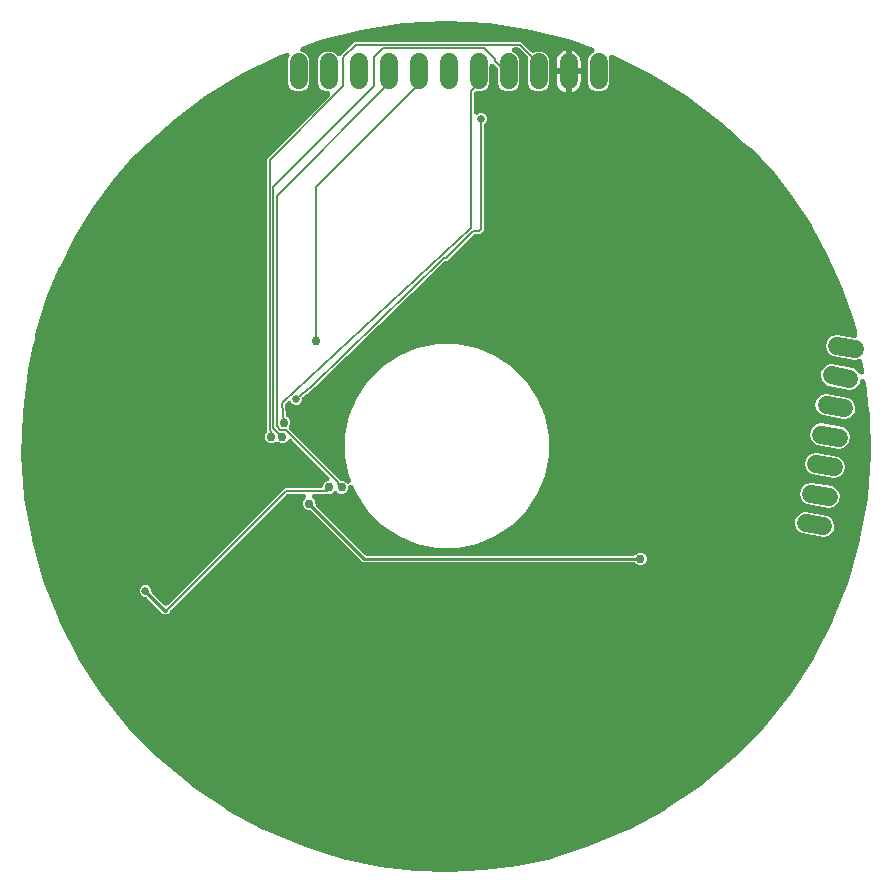
<source format=gbr>
G04 EAGLE Gerber X2 export*
%TF.Part,Single*%
%TF.FileFunction,Copper,L2,Bot,Mixed*%
%TF.FilePolarity,Positive*%
%TF.GenerationSoftware,Autodesk,EAGLE,8.7.1*%
%TF.CreationDate,2019-11-11T18:06:01Z*%
G75*
%MOMM*%
%FSLAX34Y34*%
%LPD*%
%AMOC8*
5,1,8,0,0,1.08239X$1,22.5*%
G01*
%ADD10C,1.524000*%
%ADD11C,0.756400*%
%ADD12C,0.254000*%
%ADD13C,0.152400*%
%ADD14C,0.656400*%
%ADD15C,0.304800*%
%ADD16C,0.127000*%

G36*
X2716Y-360429D02*
X2716Y-360429D01*
X2796Y-360434D01*
X31810Y-359080D01*
X31924Y-359064D01*
X32004Y-359063D01*
X60813Y-355364D01*
X60926Y-355339D01*
X61006Y-355332D01*
X89421Y-349313D01*
X89532Y-349279D01*
X89610Y-349265D01*
X92971Y-348263D01*
X93048Y-348232D01*
X93103Y-348217D01*
X93175Y-348181D01*
X93378Y-348100D01*
X93382Y-348098D01*
X93385Y-348097D01*
X95950Y-346778D01*
X101428Y-345126D01*
X102210Y-344890D01*
X103846Y-344396D01*
X103878Y-344384D01*
X103904Y-344378D01*
X120970Y-338761D01*
X121068Y-338718D01*
X121140Y-338697D01*
X154317Y-324926D01*
X154447Y-324857D01*
X154536Y-324822D01*
X186163Y-307789D01*
X186286Y-307708D01*
X186370Y-307664D01*
X216127Y-287541D01*
X216241Y-287448D01*
X216320Y-287396D01*
X243906Y-264387D01*
X243993Y-264300D01*
X244073Y-264232D01*
X244084Y-264223D01*
X244087Y-264220D01*
X269220Y-238561D01*
X269313Y-238447D01*
X269381Y-238379D01*
X291813Y-210323D01*
X291894Y-210200D01*
X291955Y-210126D01*
X311457Y-179960D01*
X311525Y-179829D01*
X311578Y-179750D01*
X327952Y-147777D01*
X328007Y-147640D01*
X328052Y-147556D01*
X341133Y-114101D01*
X341174Y-113959D01*
X341210Y-113871D01*
X350866Y-79272D01*
X350892Y-79127D01*
X350919Y-79035D01*
X357052Y-43641D01*
X357064Y-43494D01*
X357081Y-43400D01*
X359630Y-7570D01*
X359627Y-7422D01*
X359635Y-7327D01*
X358572Y28579D01*
X358554Y28725D01*
X358553Y28820D01*
X355187Y54530D01*
X355172Y54600D01*
X355165Y54672D01*
X355124Y54814D01*
X355091Y54958D01*
X355063Y55024D01*
X355043Y55094D01*
X354977Y55226D01*
X354919Y55362D01*
X354879Y55422D01*
X354847Y55486D01*
X354758Y55604D01*
X354676Y55727D01*
X354626Y55779D01*
X354583Y55837D01*
X354474Y55937D01*
X354372Y56043D01*
X354313Y56085D01*
X354260Y56134D01*
X354135Y56212D01*
X354015Y56298D01*
X353949Y56329D01*
X353888Y56367D01*
X353751Y56422D01*
X353617Y56485D01*
X353548Y56503D01*
X353481Y56530D01*
X353336Y56559D01*
X353193Y56596D01*
X353121Y56601D01*
X353050Y56616D01*
X352902Y56618D01*
X352755Y56629D01*
X352684Y56621D01*
X352611Y56622D01*
X352466Y56597D01*
X352319Y56581D01*
X352250Y56561D01*
X352179Y56549D01*
X352040Y56498D01*
X351898Y56456D01*
X351834Y56423D01*
X351767Y56399D01*
X351639Y56324D01*
X351508Y56256D01*
X351450Y56212D01*
X351388Y56176D01*
X351277Y56079D01*
X351159Y55989D01*
X351111Y55936D01*
X351057Y55889D01*
X350964Y55773D01*
X350865Y55664D01*
X350828Y55602D01*
X350783Y55546D01*
X350713Y55416D01*
X350635Y55290D01*
X350609Y55223D01*
X350575Y55159D01*
X350545Y55056D01*
X350477Y54881D01*
X350448Y54729D01*
X350420Y54636D01*
X350264Y53752D01*
X348310Y50684D01*
X345329Y48597D01*
X341778Y47809D01*
X323187Y51088D01*
X320118Y53042D01*
X318032Y56022D01*
X317244Y59574D01*
X317876Y63157D01*
X319831Y66225D01*
X322811Y68312D01*
X326362Y69099D01*
X344954Y65821D01*
X348022Y63866D01*
X349687Y61489D01*
X349738Y61428D01*
X349782Y61362D01*
X349879Y61261D01*
X349970Y61154D01*
X350031Y61103D01*
X350087Y61046D01*
X350201Y60964D01*
X350309Y60875D01*
X350379Y60837D01*
X350444Y60791D01*
X350571Y60731D01*
X350694Y60663D01*
X350769Y60638D01*
X350841Y60604D01*
X350977Y60569D01*
X351110Y60524D01*
X351188Y60513D01*
X351265Y60493D01*
X351405Y60483D01*
X351544Y60463D01*
X351624Y60466D01*
X351703Y60460D01*
X351843Y60476D01*
X351983Y60481D01*
X352060Y60499D01*
X352139Y60508D01*
X352274Y60548D01*
X352411Y60579D01*
X352484Y60610D01*
X352560Y60633D01*
X352685Y60697D01*
X352814Y60752D01*
X352880Y60797D01*
X352951Y60833D01*
X353062Y60918D01*
X353179Y60996D01*
X353236Y61051D01*
X353299Y61100D01*
X353393Y61204D01*
X353494Y61302D01*
X353540Y61367D01*
X353593Y61426D01*
X353666Y61545D01*
X353748Y61659D01*
X353781Y61731D01*
X353823Y61799D01*
X353874Y61930D01*
X353933Y62057D01*
X353953Y62134D01*
X353982Y62208D01*
X354008Y62347D01*
X354043Y62482D01*
X354049Y62561D01*
X354064Y62640D01*
X354062Y62745D01*
X354074Y62920D01*
X354056Y63084D01*
X354054Y63185D01*
X353891Y64438D01*
X353867Y64542D01*
X353860Y64617D01*
X352384Y71695D01*
X352355Y71789D01*
X352336Y71885D01*
X352291Y71999D01*
X352256Y72115D01*
X352211Y72202D01*
X352174Y72293D01*
X352110Y72396D01*
X352054Y72504D01*
X351993Y72582D01*
X351941Y72665D01*
X351859Y72755D01*
X351784Y72851D01*
X351711Y72916D01*
X351644Y72988D01*
X351547Y73062D01*
X351457Y73143D01*
X351373Y73194D01*
X351294Y73253D01*
X351185Y73307D01*
X351081Y73370D01*
X350989Y73405D01*
X350902Y73449D01*
X350785Y73483D01*
X350671Y73526D01*
X350574Y73544D01*
X350480Y73571D01*
X350359Y73583D01*
X350239Y73605D01*
X350141Y73605D01*
X350044Y73615D01*
X349949Y73605D01*
X349801Y73605D01*
X349609Y73569D01*
X349501Y73558D01*
X346188Y72824D01*
X327597Y76102D01*
X324529Y78056D01*
X322442Y81036D01*
X321655Y84588D01*
X322287Y88171D01*
X324241Y91239D01*
X327221Y93326D01*
X330773Y94113D01*
X345282Y91555D01*
X345414Y91544D01*
X345545Y91523D01*
X345632Y91526D01*
X345720Y91518D01*
X345851Y91531D01*
X345983Y91535D01*
X346069Y91553D01*
X346156Y91562D01*
X346283Y91598D01*
X346413Y91626D01*
X346494Y91659D01*
X346578Y91683D01*
X346696Y91742D01*
X346819Y91793D01*
X346892Y91840D01*
X346971Y91879D01*
X347076Y91959D01*
X347187Y92031D01*
X347251Y92091D01*
X347321Y92143D01*
X347411Y92240D01*
X347507Y92331D01*
X347559Y92402D01*
X347618Y92466D01*
X347689Y92578D01*
X347767Y92685D01*
X347805Y92764D01*
X347852Y92838D01*
X347901Y92961D01*
X347958Y93080D01*
X347982Y93164D01*
X348014Y93245D01*
X348040Y93375D01*
X348075Y93503D01*
X348080Y93575D01*
X348100Y93676D01*
X348104Y93945D01*
X348111Y94048D01*
X347972Y96899D01*
X347911Y97333D01*
X347899Y97369D01*
X347895Y97399D01*
X345414Y106773D01*
X345375Y106882D01*
X345357Y106960D01*
X335679Y134345D01*
X335631Y134451D01*
X335606Y134527D01*
X323743Y161039D01*
X323687Y161140D01*
X323656Y161214D01*
X309686Y186679D01*
X309622Y186775D01*
X309585Y186847D01*
X293600Y211097D01*
X293528Y211188D01*
X293486Y211256D01*
X275589Y234133D01*
X275510Y234217D01*
X275463Y234282D01*
X259071Y252059D01*
X259047Y252081D01*
X259026Y252106D01*
X258947Y252171D01*
X258745Y252353D01*
X258659Y252406D01*
X258603Y252452D01*
X252343Y256483D01*
X248174Y260402D01*
X247165Y261349D01*
X246333Y262132D01*
X246306Y262153D01*
X246288Y262173D01*
X232890Y274143D01*
X232804Y274207D01*
X232750Y274259D01*
X204236Y296106D01*
X204111Y296184D01*
X204036Y296243D01*
X173472Y315116D01*
X173340Y315182D01*
X173259Y315233D01*
X141146Y330849D01*
X141142Y330850D01*
X141139Y330852D01*
X140944Y330925D01*
X140736Y331004D01*
X140732Y331005D01*
X140728Y331006D01*
X140521Y331043D01*
X140304Y331082D01*
X140300Y331082D01*
X140296Y331083D01*
X140085Y331082D01*
X139865Y331081D01*
X139861Y331080D01*
X139857Y331080D01*
X139649Y331040D01*
X139434Y331000D01*
X139430Y330999D01*
X139426Y330998D01*
X139228Y330921D01*
X139024Y330843D01*
X139021Y330841D01*
X139017Y330839D01*
X138838Y330729D01*
X138650Y330614D01*
X138647Y330611D01*
X138644Y330609D01*
X138487Y330468D01*
X138323Y330320D01*
X138321Y330317D01*
X138318Y330315D01*
X138186Y330143D01*
X138055Y329973D01*
X138054Y329969D01*
X138051Y329966D01*
X137954Y329776D01*
X137855Y329583D01*
X137854Y329579D01*
X137852Y329576D01*
X137790Y329370D01*
X137728Y329163D01*
X137728Y329159D01*
X137726Y329155D01*
X137703Y328934D01*
X137680Y328726D01*
X137680Y328723D01*
X137679Y328719D01*
X137696Y328504D01*
X137711Y328289D01*
X137712Y328285D01*
X137712Y328281D01*
X137720Y328256D01*
X137821Y327864D01*
X137849Y327804D01*
X137863Y327756D01*
X138339Y326608D01*
X138339Y307730D01*
X136946Y304368D01*
X134374Y301796D01*
X131013Y300404D01*
X127375Y300404D01*
X124014Y301796D01*
X121441Y304368D01*
X120049Y307730D01*
X120049Y326608D01*
X121441Y329969D01*
X124014Y332541D01*
X124240Y332635D01*
X124417Y332728D01*
X124596Y332818D01*
X124612Y332830D01*
X124629Y332839D01*
X124786Y332963D01*
X124946Y333084D01*
X124959Y333098D01*
X124974Y333110D01*
X125106Y333260D01*
X125241Y333408D01*
X125251Y333425D01*
X125264Y333439D01*
X125367Y333611D01*
X125473Y333781D01*
X125480Y333799D01*
X125490Y333816D01*
X125560Y334003D01*
X125633Y334189D01*
X125637Y334208D01*
X125644Y334227D01*
X125679Y334424D01*
X125717Y334620D01*
X125717Y334639D01*
X125721Y334659D01*
X125720Y334860D01*
X125722Y335059D01*
X125718Y335078D01*
X125718Y335097D01*
X125681Y335294D01*
X125646Y335491D01*
X125640Y335510D01*
X125636Y335528D01*
X125564Y335715D01*
X125494Y335903D01*
X125484Y335919D01*
X125477Y335938D01*
X125372Y336108D01*
X125270Y336280D01*
X125257Y336295D01*
X125247Y336311D01*
X125113Y336460D01*
X124981Y336610D01*
X124966Y336622D01*
X124953Y336637D01*
X124794Y336759D01*
X124637Y336883D01*
X124622Y336891D01*
X124604Y336904D01*
X124214Y337103D01*
X124176Y337114D01*
X124149Y337128D01*
X107013Y343422D01*
X106871Y343460D01*
X106781Y343494D01*
X71990Y352432D01*
X71844Y352455D01*
X71752Y352480D01*
X36239Y357879D01*
X36091Y357888D01*
X35997Y357903D01*
X121Y359709D01*
X-26Y359703D01*
X-121Y359709D01*
X-35997Y357903D01*
X-36143Y357883D01*
X-36239Y357879D01*
X-71752Y352480D01*
X-71895Y352445D01*
X-71990Y352432D01*
X-106781Y343494D01*
X-106921Y343445D01*
X-107013Y343422D01*
X-121824Y337982D01*
X-122003Y337897D01*
X-122187Y337813D01*
X-122203Y337802D01*
X-122220Y337794D01*
X-122381Y337678D01*
X-122547Y337562D01*
X-122560Y337548D01*
X-122576Y337537D01*
X-122714Y337393D01*
X-122855Y337250D01*
X-122866Y337234D01*
X-122879Y337220D01*
X-122989Y337053D01*
X-123102Y336887D01*
X-123110Y336869D01*
X-123120Y336853D01*
X-123198Y336668D01*
X-123279Y336486D01*
X-123283Y336467D01*
X-123291Y336449D01*
X-123334Y336252D01*
X-123380Y336059D01*
X-123381Y336039D01*
X-123385Y336020D01*
X-123392Y335820D01*
X-123402Y335620D01*
X-123400Y335601D01*
X-123400Y335582D01*
X-123371Y335384D01*
X-123345Y335185D01*
X-123339Y335167D01*
X-123336Y335148D01*
X-123271Y334959D01*
X-123209Y334768D01*
X-123200Y334751D01*
X-123194Y334732D01*
X-123096Y334559D01*
X-123000Y334382D01*
X-122988Y334367D01*
X-122979Y334350D01*
X-122851Y334196D01*
X-122725Y334040D01*
X-122710Y334027D01*
X-122698Y334013D01*
X-122545Y333885D01*
X-122393Y333754D01*
X-122378Y333746D01*
X-122361Y333732D01*
X-121978Y333516D01*
X-121941Y333504D01*
X-121915Y333489D01*
X-119626Y332541D01*
X-117054Y329969D01*
X-115661Y326608D01*
X-115661Y307730D01*
X-117054Y304368D01*
X-119626Y301796D01*
X-122987Y300404D01*
X-126625Y300404D01*
X-129986Y301796D01*
X-132559Y304368D01*
X-133951Y307730D01*
X-133951Y326608D01*
X-132677Y329684D01*
X-132646Y329782D01*
X-132606Y329876D01*
X-132581Y329991D01*
X-132546Y330103D01*
X-132534Y330205D01*
X-132512Y330305D01*
X-132508Y330422D01*
X-132494Y330539D01*
X-132500Y330641D01*
X-132497Y330743D01*
X-132514Y330859D01*
X-132522Y330977D01*
X-132546Y331076D01*
X-132561Y331177D01*
X-132599Y331288D01*
X-132628Y331402D01*
X-132670Y331496D01*
X-132703Y331592D01*
X-132761Y331695D01*
X-132810Y331802D01*
X-132868Y331886D01*
X-132918Y331975D01*
X-132994Y332065D01*
X-133061Y332162D01*
X-133134Y332234D01*
X-133199Y332312D01*
X-133290Y332388D01*
X-133373Y332470D01*
X-133458Y332528D01*
X-133536Y332593D01*
X-133639Y332651D01*
X-133736Y332717D01*
X-133829Y332758D01*
X-133919Y332808D01*
X-134030Y332847D01*
X-134137Y332894D01*
X-134237Y332917D01*
X-134334Y332951D01*
X-134450Y332968D01*
X-134564Y332995D01*
X-134667Y333000D01*
X-134768Y333015D01*
X-134885Y333011D01*
X-135003Y333017D01*
X-135104Y333004D01*
X-135207Y333000D01*
X-135297Y332978D01*
X-135438Y332960D01*
X-135631Y332897D01*
X-135737Y332871D01*
X-140732Y331037D01*
X-140865Y330974D01*
X-140955Y330942D01*
X-173259Y315233D01*
X-173386Y315157D01*
X-173472Y315116D01*
X-204036Y296243D01*
X-204154Y296155D01*
X-204236Y296106D01*
X-232750Y274259D01*
X-232829Y274187D01*
X-232890Y274143D01*
X-233753Y273373D01*
X-233753Y273372D01*
X-236452Y270960D01*
X-236453Y270960D01*
X-244552Y263724D01*
X-246288Y262173D01*
X-246311Y262148D01*
X-246333Y262132D01*
X-248174Y260402D01*
X-252343Y256483D01*
X-255603Y254384D01*
X-255949Y254114D01*
X-255970Y254090D01*
X-255990Y254075D01*
X-262797Y247371D01*
X-262871Y247284D01*
X-262929Y247230D01*
X-281721Y225496D01*
X-281787Y225403D01*
X-281841Y225345D01*
X-298832Y202176D01*
X-298891Y202078D01*
X-298940Y202015D01*
X-314021Y177560D01*
X-314071Y177458D01*
X-314115Y177392D01*
X-327190Y151807D01*
X-327232Y151701D01*
X-327271Y151632D01*
X-338254Y125083D01*
X-338288Y124974D01*
X-338321Y124901D01*
X-347143Y97558D01*
X-347168Y97447D01*
X-347195Y97372D01*
X-348093Y93569D01*
X-348117Y93405D01*
X-348130Y93339D01*
X-348131Y93303D01*
X-348155Y93135D01*
X-348155Y93133D01*
X-348155Y93132D01*
X-348293Y90294D01*
X-350141Y82427D01*
X-350179Y82265D01*
X-350184Y82231D01*
X-350192Y82205D01*
X-353860Y64617D01*
X-353872Y64511D01*
X-353891Y64438D01*
X-358553Y28820D01*
X-358559Y28673D01*
X-358572Y28579D01*
X-359635Y-7327D01*
X-359626Y-7474D01*
X-359630Y-7569D01*
X-357081Y-43400D01*
X-357058Y-43546D01*
X-357052Y-43641D01*
X-350919Y-79035D01*
X-350881Y-79178D01*
X-350866Y-79272D01*
X-341210Y-113871D01*
X-341157Y-114009D01*
X-341133Y-114101D01*
X-328052Y-147556D01*
X-327986Y-147688D01*
X-327952Y-147777D01*
X-311578Y-179750D01*
X-311499Y-179874D01*
X-311457Y-179960D01*
X-291955Y-210126D01*
X-291864Y-210243D01*
X-291813Y-210323D01*
X-269381Y-238379D01*
X-269279Y-238486D01*
X-269220Y-238561D01*
X-244084Y-264223D01*
X-243972Y-264318D01*
X-243906Y-264387D01*
X-216320Y-287396D01*
X-216199Y-287479D01*
X-216127Y-287541D01*
X-186370Y-307664D01*
X-186241Y-307735D01*
X-186163Y-307789D01*
X-154536Y-324822D01*
X-154400Y-324880D01*
X-154317Y-324926D01*
X-121140Y-338697D01*
X-121038Y-338729D01*
X-120970Y-338761D01*
X-103904Y-344378D01*
X-103871Y-344386D01*
X-103846Y-344396D01*
X-102689Y-344745D01*
X-101434Y-345124D01*
X-101428Y-345126D01*
X-95950Y-346778D01*
X-95087Y-347221D01*
X-94680Y-347386D01*
X-94660Y-347390D01*
X-94645Y-347396D01*
X-84344Y-350330D01*
X-84231Y-350352D01*
X-84154Y-350376D01*
X-55668Y-356046D01*
X-55553Y-356058D01*
X-55475Y-356076D01*
X-26623Y-359422D01*
X-26507Y-359424D01*
X-26428Y-359436D01*
X2600Y-360435D01*
X2716Y-360429D01*
G37*
%LPC*%
G36*
X-239230Y-142487D02*
X-239230Y-142487D01*
X-253338Y-128379D01*
X-253349Y-128369D01*
X-253359Y-128358D01*
X-253519Y-128228D01*
X-253676Y-128098D01*
X-253688Y-128091D01*
X-253700Y-128082D01*
X-253880Y-127983D01*
X-254058Y-127883D01*
X-254072Y-127878D01*
X-254085Y-127871D01*
X-254279Y-127807D01*
X-254473Y-127741D01*
X-254488Y-127739D01*
X-254502Y-127734D01*
X-254573Y-127726D01*
X-254907Y-127676D01*
X-254986Y-127679D01*
X-255044Y-127672D01*
X-255496Y-127672D01*
X-257263Y-126940D01*
X-258615Y-125588D01*
X-259347Y-123822D01*
X-259347Y-121909D01*
X-258615Y-120143D01*
X-257263Y-118791D01*
X-255496Y-118059D01*
X-253584Y-118059D01*
X-251817Y-118791D01*
X-250465Y-120143D01*
X-249733Y-121909D01*
X-249733Y-122362D01*
X-249732Y-122376D01*
X-249733Y-122391D01*
X-249712Y-122594D01*
X-249693Y-122799D01*
X-249689Y-122813D01*
X-249688Y-122827D01*
X-249630Y-123024D01*
X-249575Y-123221D01*
X-249568Y-123234D01*
X-249564Y-123248D01*
X-249472Y-123432D01*
X-249382Y-123615D01*
X-249373Y-123627D01*
X-249367Y-123640D01*
X-249322Y-123696D01*
X-249121Y-123968D01*
X-249063Y-124022D01*
X-249027Y-124067D01*
X-238638Y-134456D01*
X-238574Y-134509D01*
X-238516Y-134569D01*
X-238405Y-134650D01*
X-238300Y-134737D01*
X-238228Y-134778D01*
X-238161Y-134826D01*
X-238037Y-134885D01*
X-237918Y-134952D01*
X-237839Y-134979D01*
X-237764Y-135015D01*
X-237632Y-135050D01*
X-237503Y-135094D01*
X-237421Y-135107D01*
X-237340Y-135128D01*
X-237204Y-135139D01*
X-237069Y-135159D01*
X-236986Y-135156D01*
X-236903Y-135163D01*
X-236767Y-135149D01*
X-236630Y-135144D01*
X-236549Y-135126D01*
X-236466Y-135117D01*
X-236335Y-135079D01*
X-236201Y-135050D01*
X-236125Y-135017D01*
X-236045Y-134994D01*
X-235923Y-134932D01*
X-235797Y-134879D01*
X-235728Y-134834D01*
X-235653Y-134796D01*
X-235573Y-134732D01*
X-235430Y-134638D01*
X-235307Y-134521D01*
X-235226Y-134456D01*
X-136583Y-35813D01*
X-106731Y-35813D01*
X-106682Y-35809D01*
X-106634Y-35811D01*
X-106464Y-35789D01*
X-106294Y-35773D01*
X-106247Y-35760D01*
X-106199Y-35754D01*
X-106036Y-35701D01*
X-105872Y-35655D01*
X-105828Y-35633D01*
X-105781Y-35618D01*
X-105631Y-35537D01*
X-105477Y-35462D01*
X-105438Y-35433D01*
X-105395Y-35410D01*
X-105262Y-35302D01*
X-105125Y-35201D01*
X-105091Y-35165D01*
X-105053Y-35134D01*
X-104942Y-35005D01*
X-104825Y-34880D01*
X-104799Y-34839D01*
X-104767Y-34802D01*
X-104714Y-34705D01*
X-104589Y-34510D01*
X-104543Y-34397D01*
X-104502Y-34324D01*
X-103559Y-32046D01*
X-102066Y-30553D01*
X-100123Y-29748D01*
X-100019Y-29694D01*
X-99911Y-29648D01*
X-99825Y-29592D01*
X-99734Y-29544D01*
X-99642Y-29472D01*
X-99544Y-29407D01*
X-99470Y-29337D01*
X-99389Y-29273D01*
X-99311Y-29185D01*
X-99227Y-29104D01*
X-99167Y-29021D01*
X-99099Y-28944D01*
X-99039Y-28843D01*
X-98970Y-28748D01*
X-98926Y-28656D01*
X-98873Y-28568D01*
X-98832Y-28458D01*
X-98782Y-28352D01*
X-98755Y-28253D01*
X-98719Y-28157D01*
X-98699Y-28041D01*
X-98668Y-27928D01*
X-98660Y-27826D01*
X-98642Y-27725D01*
X-98643Y-27607D01*
X-98634Y-27490D01*
X-98644Y-27388D01*
X-98645Y-27286D01*
X-98667Y-27171D01*
X-98679Y-27054D01*
X-98708Y-26955D01*
X-98727Y-26855D01*
X-98769Y-26745D01*
X-98802Y-26633D01*
X-98849Y-26541D01*
X-98886Y-26446D01*
X-98947Y-26346D01*
X-99000Y-26241D01*
X-99052Y-26176D01*
X-99116Y-26072D01*
X-99272Y-25900D01*
X-99340Y-25814D01*
X-130339Y5185D01*
X-130429Y5260D01*
X-130512Y5342D01*
X-130597Y5400D01*
X-130676Y5465D01*
X-130778Y5523D01*
X-130875Y5589D01*
X-130969Y5630D01*
X-131058Y5681D01*
X-131169Y5719D01*
X-131277Y5766D01*
X-131376Y5789D01*
X-131474Y5823D01*
X-131590Y5840D01*
X-131704Y5867D01*
X-131806Y5872D01*
X-131908Y5887D01*
X-132025Y5883D01*
X-132142Y5889D01*
X-132244Y5876D01*
X-132346Y5872D01*
X-132461Y5847D01*
X-132577Y5832D01*
X-132675Y5800D01*
X-132775Y5778D01*
X-132883Y5732D01*
X-132994Y5696D01*
X-133085Y5647D01*
X-133179Y5608D01*
X-133277Y5543D01*
X-133380Y5487D01*
X-133460Y5423D01*
X-133546Y5367D01*
X-133631Y5286D01*
X-133722Y5212D01*
X-133789Y5134D01*
X-133863Y5063D01*
X-133932Y4968D01*
X-134008Y4880D01*
X-134049Y4806D01*
X-134120Y4708D01*
X-134146Y4653D01*
X-135678Y3121D01*
X-137628Y2313D01*
X-139740Y2313D01*
X-141733Y3139D01*
X-141782Y3175D01*
X-141887Y3262D01*
X-141960Y3303D01*
X-142027Y3352D01*
X-142151Y3410D01*
X-142270Y3477D01*
X-142349Y3504D01*
X-142424Y3540D01*
X-142555Y3575D01*
X-142685Y3619D01*
X-142767Y3632D01*
X-142848Y3653D01*
X-142984Y3664D01*
X-143119Y3684D01*
X-143202Y3681D01*
X-143285Y3688D01*
X-143421Y3674D01*
X-143558Y3669D01*
X-143639Y3651D01*
X-143722Y3643D01*
X-143853Y3604D01*
X-143986Y3575D01*
X-144063Y3542D01*
X-144143Y3519D01*
X-144265Y3458D01*
X-144391Y3404D01*
X-144460Y3359D01*
X-144534Y3321D01*
X-144615Y3257D01*
X-144758Y3164D01*
X-144787Y3136D01*
X-146772Y2313D01*
X-148884Y2313D01*
X-150834Y3121D01*
X-152327Y4614D01*
X-153135Y6564D01*
X-153135Y8676D01*
X-152326Y10627D01*
X-152325Y10628D01*
X-152195Y10788D01*
X-152064Y10945D01*
X-152057Y10957D01*
X-152048Y10969D01*
X-151950Y11149D01*
X-151849Y11327D01*
X-151845Y11341D01*
X-151838Y11354D01*
X-151774Y11548D01*
X-151707Y11743D01*
X-151705Y11757D01*
X-151701Y11771D01*
X-151692Y11842D01*
X-151643Y12177D01*
X-151645Y12255D01*
X-151639Y12313D01*
X-151639Y243263D01*
X-98616Y296286D01*
X-98519Y296402D01*
X-98416Y296513D01*
X-98379Y296571D01*
X-98335Y296623D01*
X-98261Y296755D01*
X-98180Y296882D01*
X-98154Y296946D01*
X-98120Y297006D01*
X-98071Y297149D01*
X-98014Y297289D01*
X-98000Y297356D01*
X-97978Y297421D01*
X-97956Y297571D01*
X-97925Y297719D01*
X-97923Y297787D01*
X-97913Y297855D01*
X-97919Y298006D01*
X-97915Y298157D01*
X-97926Y298225D01*
X-97928Y298293D01*
X-97961Y298441D01*
X-97985Y298591D01*
X-98008Y298655D01*
X-98023Y298722D01*
X-98081Y298861D01*
X-98132Y299004D01*
X-98167Y299063D01*
X-98193Y299126D01*
X-98276Y299253D01*
X-98352Y299384D01*
X-98396Y299436D01*
X-98434Y299493D01*
X-98538Y299603D01*
X-98637Y299718D01*
X-98690Y299761D01*
X-98737Y299810D01*
X-98860Y299899D01*
X-98977Y299994D01*
X-99038Y300027D01*
X-99093Y300067D01*
X-99230Y300132D01*
X-99362Y300205D01*
X-99428Y300226D01*
X-99489Y300256D01*
X-99636Y300295D01*
X-99779Y300342D01*
X-99837Y300349D01*
X-99913Y300369D01*
X-100250Y300396D01*
X-100322Y300404D01*
X-101225Y300404D01*
X-104586Y301796D01*
X-107159Y304368D01*
X-108551Y307730D01*
X-108551Y326608D01*
X-107159Y329969D01*
X-104586Y332541D01*
X-101225Y333933D01*
X-97587Y333933D01*
X-94226Y332541D01*
X-92191Y330506D01*
X-92127Y330453D01*
X-92070Y330393D01*
X-91959Y330313D01*
X-91854Y330225D01*
X-91782Y330185D01*
X-91714Y330136D01*
X-91591Y330077D01*
X-91471Y330010D01*
X-91393Y329983D01*
X-91318Y329948D01*
X-91186Y329912D01*
X-91056Y329868D01*
X-90974Y329856D01*
X-90894Y329834D01*
X-90758Y329824D01*
X-90622Y329803D01*
X-90539Y329806D01*
X-90456Y329800D01*
X-90320Y329814D01*
X-90184Y329819D01*
X-90103Y329836D01*
X-90020Y329845D01*
X-89888Y329884D01*
X-89755Y329913D01*
X-89679Y329945D01*
X-89599Y329968D01*
X-89477Y330030D01*
X-89351Y330083D01*
X-89281Y330129D01*
X-89207Y330166D01*
X-89126Y330231D01*
X-88984Y330324D01*
X-88861Y330442D01*
X-88780Y330506D01*
X-79193Y340093D01*
X-77147Y342139D01*
X63431Y342139D01*
X71943Y333627D01*
X71981Y333595D01*
X72014Y333559D01*
X72149Y333455D01*
X72281Y333346D01*
X72323Y333322D01*
X72362Y333292D01*
X72514Y333214D01*
X72663Y333131D01*
X72709Y333115D01*
X72753Y333093D01*
X72917Y333044D01*
X73078Y332989D01*
X73126Y332981D01*
X73173Y332967D01*
X73343Y332949D01*
X73512Y332924D01*
X73561Y332926D01*
X73610Y332920D01*
X73780Y332933D01*
X73951Y332939D01*
X73999Y332950D01*
X74047Y332953D01*
X74153Y332984D01*
X74379Y333033D01*
X74492Y333081D01*
X74572Y333104D01*
X76575Y333933D01*
X80213Y333933D01*
X83574Y332541D01*
X86146Y329969D01*
X87539Y326608D01*
X87539Y307730D01*
X86146Y304368D01*
X83574Y301796D01*
X80213Y300404D01*
X76575Y300404D01*
X73214Y301796D01*
X70641Y304368D01*
X69249Y307730D01*
X69249Y326608D01*
X69583Y327413D01*
X69597Y327460D01*
X69618Y327504D01*
X69662Y327669D01*
X69713Y327832D01*
X69719Y327881D01*
X69732Y327928D01*
X69745Y328098D01*
X69765Y328268D01*
X69762Y328317D01*
X69766Y328366D01*
X69749Y328535D01*
X69738Y328706D01*
X69726Y328753D01*
X69721Y328802D01*
X69673Y328966D01*
X69632Y329132D01*
X69611Y329176D01*
X69598Y329223D01*
X69521Y329376D01*
X69450Y329531D01*
X69422Y329571D01*
X69400Y329615D01*
X69331Y329701D01*
X69199Y329891D01*
X69112Y329977D01*
X69060Y330042D01*
X62243Y336859D01*
X62232Y336868D01*
X62223Y336879D01*
X62064Y337008D01*
X61906Y337140D01*
X61893Y337147D01*
X61882Y337156D01*
X61703Y337254D01*
X61524Y337355D01*
X61510Y337359D01*
X61497Y337366D01*
X61303Y337430D01*
X61108Y337497D01*
X61094Y337499D01*
X61080Y337503D01*
X61009Y337512D01*
X60674Y337561D01*
X60595Y337559D01*
X60538Y337565D01*
X58172Y337565D01*
X57987Y337548D01*
X57802Y337537D01*
X57769Y337528D01*
X57735Y337525D01*
X57556Y337475D01*
X57376Y337430D01*
X57345Y337416D01*
X57312Y337407D01*
X57146Y337325D01*
X56977Y337249D01*
X56949Y337229D01*
X56918Y337214D01*
X56769Y337104D01*
X56617Y336997D01*
X56593Y336973D01*
X56565Y336953D01*
X56439Y336817D01*
X56308Y336685D01*
X56289Y336657D01*
X56266Y336632D01*
X56166Y336476D01*
X56062Y336322D01*
X56048Y336291D01*
X56029Y336262D01*
X55960Y336091D01*
X55885Y335921D01*
X55877Y335887D01*
X55864Y335856D01*
X55826Y335675D01*
X55784Y335494D01*
X55782Y335460D01*
X55775Y335426D01*
X55771Y335241D01*
X55761Y335056D01*
X55766Y335022D01*
X55765Y334987D01*
X55795Y334804D01*
X55819Y334620D01*
X55829Y334588D01*
X55835Y334554D01*
X55897Y334379D01*
X55954Y334203D01*
X55971Y334173D01*
X55982Y334141D01*
X56075Y333980D01*
X56163Y333817D01*
X56185Y333790D01*
X56202Y333761D01*
X56322Y333620D01*
X56438Y333475D01*
X56464Y333453D01*
X56487Y333427D01*
X56631Y333309D01*
X56771Y333189D01*
X56797Y333175D01*
X56827Y333150D01*
X57212Y332940D01*
X57233Y332933D01*
X57248Y332924D01*
X58174Y332541D01*
X60746Y329969D01*
X62139Y326608D01*
X62139Y307730D01*
X60746Y304368D01*
X58174Y301796D01*
X54813Y300404D01*
X51175Y300404D01*
X47814Y301796D01*
X45241Y304368D01*
X43849Y307730D01*
X43849Y319202D01*
X43848Y319216D01*
X43849Y319231D01*
X43828Y319434D01*
X43809Y319639D01*
X43805Y319653D01*
X43804Y319667D01*
X43746Y319864D01*
X43691Y320061D01*
X43684Y320075D01*
X43680Y320088D01*
X43588Y320271D01*
X43498Y320456D01*
X43489Y320467D01*
X43482Y320480D01*
X43438Y320537D01*
X43236Y320808D01*
X43179Y320862D01*
X43143Y320908D01*
X40856Y323194D01*
X40740Y323290D01*
X40630Y323394D01*
X40572Y323431D01*
X40519Y323474D01*
X40387Y323549D01*
X40260Y323630D01*
X40196Y323656D01*
X40137Y323689D01*
X39994Y323738D01*
X39853Y323796D01*
X39786Y323809D01*
X39722Y323832D01*
X39572Y323854D01*
X39424Y323885D01*
X39355Y323886D01*
X39287Y323896D01*
X39136Y323891D01*
X38985Y323894D01*
X38917Y323884D01*
X38849Y323881D01*
X38701Y323849D01*
X38552Y323825D01*
X38487Y323802D01*
X38420Y323787D01*
X38281Y323728D01*
X38138Y323677D01*
X38079Y323643D01*
X38016Y323617D01*
X37890Y323534D01*
X37758Y323458D01*
X37706Y323413D01*
X37649Y323376D01*
X37540Y323271D01*
X37425Y323173D01*
X37381Y323120D01*
X37332Y323072D01*
X37243Y322950D01*
X37148Y322832D01*
X37115Y322772D01*
X37075Y322717D01*
X37010Y322580D01*
X36937Y322447D01*
X36916Y322382D01*
X36887Y322320D01*
X36848Y322174D01*
X36800Y322030D01*
X36794Y321973D01*
X36773Y321896D01*
X36747Y321560D01*
X36739Y321488D01*
X36739Y307730D01*
X35346Y304368D01*
X32774Y301796D01*
X29413Y300404D01*
X26035Y300404D01*
X25952Y300396D01*
X25869Y300398D01*
X25734Y300376D01*
X25598Y300364D01*
X25518Y300341D01*
X25436Y300328D01*
X25307Y300282D01*
X25175Y300245D01*
X25101Y300209D01*
X25023Y300181D01*
X24904Y300113D01*
X24781Y300052D01*
X24715Y300003D01*
X24643Y299961D01*
X24539Y299873D01*
X24429Y299791D01*
X24372Y299730D01*
X24309Y299677D01*
X24223Y299570D01*
X24129Y299470D01*
X24085Y299401D01*
X24032Y299336D01*
X23967Y299216D01*
X23893Y299101D01*
X23861Y299024D01*
X23822Y298951D01*
X23779Y298821D01*
X23727Y298694D01*
X23711Y298613D01*
X23685Y298534D01*
X23673Y298431D01*
X23638Y298265D01*
X23634Y298094D01*
X23623Y297992D01*
X23623Y283007D01*
X23633Y282891D01*
X23634Y282773D01*
X23653Y282673D01*
X23663Y282570D01*
X23694Y282457D01*
X23716Y282342D01*
X23753Y282247D01*
X23781Y282148D01*
X23833Y282043D01*
X23875Y281933D01*
X23929Y281846D01*
X23974Y281754D01*
X24044Y281660D01*
X24105Y281560D01*
X24174Y281484D01*
X24235Y281401D01*
X24321Y281321D01*
X24400Y281234D01*
X24481Y281172D01*
X24556Y281102D01*
X24655Y281038D01*
X24748Y280967D01*
X24839Y280921D01*
X24926Y280865D01*
X25034Y280821D01*
X25139Y280768D01*
X25237Y280738D01*
X25332Y280700D01*
X25447Y280676D01*
X25559Y280642D01*
X25662Y280631D01*
X25762Y280611D01*
X25879Y280608D01*
X25996Y280595D01*
X26098Y280603D01*
X26201Y280601D01*
X26317Y280619D01*
X26433Y280628D01*
X26514Y280651D01*
X26634Y280671D01*
X26852Y280748D01*
X26958Y280779D01*
X28947Y281603D01*
X30859Y281603D01*
X32626Y280871D01*
X33978Y279519D01*
X34710Y277752D01*
X34710Y275840D01*
X33978Y274073D01*
X32769Y272864D01*
X32760Y272853D01*
X32749Y272844D01*
X32619Y272684D01*
X32489Y272527D01*
X32482Y272515D01*
X32472Y272503D01*
X32374Y272323D01*
X32274Y272145D01*
X32269Y272131D01*
X32262Y272118D01*
X32198Y271924D01*
X32131Y271729D01*
X32129Y271715D01*
X32125Y271701D01*
X32117Y271630D01*
X32067Y271295D01*
X32070Y271217D01*
X32063Y271159D01*
X32063Y182758D01*
X28822Y179516D01*
X24633Y179516D01*
X24618Y179515D01*
X24604Y179516D01*
X24400Y179495D01*
X24196Y179476D01*
X24182Y179473D01*
X24167Y179471D01*
X23970Y179413D01*
X23773Y179358D01*
X23760Y179352D01*
X23746Y179348D01*
X23563Y179255D01*
X23379Y179165D01*
X23367Y179156D01*
X23354Y179150D01*
X23298Y179105D01*
X23027Y178904D01*
X22973Y178846D01*
X22927Y178810D01*
X972Y156855D01*
X89Y156855D01*
X-127Y156835D01*
X-340Y156816D01*
X-344Y156815D01*
X-348Y156815D01*
X-561Y156755D01*
X-763Y156699D01*
X-767Y156697D01*
X-771Y156696D01*
X-965Y156601D01*
X-1158Y156507D01*
X-1161Y156505D01*
X-1165Y156503D01*
X-1517Y156242D01*
X-1556Y156201D01*
X-1590Y156174D01*
X-110987Y50102D01*
X-111073Y50002D01*
X-111165Y49909D01*
X-111215Y49836D01*
X-111273Y49769D01*
X-111339Y49656D01*
X-111394Y49576D01*
X-112172Y48941D01*
X-112259Y48855D01*
X-112326Y48804D01*
X-113055Y48096D01*
X-113156Y48058D01*
X-113218Y48018D01*
X-113312Y47974D01*
X-113528Y47819D01*
X-113616Y47762D01*
X-121014Y41725D01*
X-121111Y41629D01*
X-121215Y41541D01*
X-121267Y41476D01*
X-121327Y41417D01*
X-121405Y41306D01*
X-121491Y41200D01*
X-121532Y41127D01*
X-121580Y41058D01*
X-121636Y40935D01*
X-121702Y40815D01*
X-121728Y40736D01*
X-121763Y40660D01*
X-121796Y40528D01*
X-121839Y40398D01*
X-121847Y40329D01*
X-121871Y40234D01*
X-121890Y39955D01*
X-121901Y39856D01*
X-121901Y38909D01*
X-122633Y37143D01*
X-123985Y35790D01*
X-125751Y35059D01*
X-127664Y35059D01*
X-129430Y35790D01*
X-130987Y37347D01*
X-131014Y37370D01*
X-131038Y37396D01*
X-131183Y37510D01*
X-131324Y37628D01*
X-131355Y37645D01*
X-131383Y37667D01*
X-131546Y37753D01*
X-131707Y37843D01*
X-131740Y37854D01*
X-131772Y37871D01*
X-131948Y37925D01*
X-132122Y37985D01*
X-132157Y37990D01*
X-132191Y38001D01*
X-132374Y38023D01*
X-132556Y38050D01*
X-132591Y38048D01*
X-132627Y38053D01*
X-132810Y38041D01*
X-132994Y38035D01*
X-133029Y38027D01*
X-133065Y38025D01*
X-133243Y37980D01*
X-133423Y37940D01*
X-133456Y37926D01*
X-133490Y37918D01*
X-133658Y37841D01*
X-133827Y37770D01*
X-133857Y37750D01*
X-133890Y37736D01*
X-133974Y37673D01*
X-134194Y37529D01*
X-134270Y37457D01*
X-134330Y37413D01*
X-135869Y35990D01*
X-136012Y35832D01*
X-136154Y35676D01*
X-136158Y35670D01*
X-136163Y35664D01*
X-136275Y35482D01*
X-136386Y35303D01*
X-136389Y35297D01*
X-136393Y35291D01*
X-136469Y35093D01*
X-136547Y34895D01*
X-136548Y34888D01*
X-136551Y34881D01*
X-136590Y34676D01*
X-136631Y34464D01*
X-136631Y34458D01*
X-136633Y34450D01*
X-136635Y34011D01*
X-136626Y33959D01*
X-136625Y33918D01*
X-135664Y26255D01*
X-135638Y26140D01*
X-135623Y26023D01*
X-135591Y25926D01*
X-135570Y25827D01*
X-135524Y25718D01*
X-135488Y25606D01*
X-135439Y25516D01*
X-135400Y25422D01*
X-135335Y25324D01*
X-135279Y25220D01*
X-135215Y25140D01*
X-135159Y25055D01*
X-135078Y24970D01*
X-135003Y24878D01*
X-134926Y24811D01*
X-134856Y24738D01*
X-134760Y24669D01*
X-134671Y24592D01*
X-134598Y24551D01*
X-134500Y24481D01*
X-134290Y24380D01*
X-134193Y24327D01*
X-134154Y24311D01*
X-132661Y22818D01*
X-131853Y20868D01*
X-131853Y18756D01*
X-132735Y16628D01*
X-132741Y16619D01*
X-132800Y16496D01*
X-132866Y16377D01*
X-132894Y16298D01*
X-132929Y16223D01*
X-132965Y16091D01*
X-133009Y15962D01*
X-133021Y15880D01*
X-133043Y15799D01*
X-133053Y15663D01*
X-133074Y15528D01*
X-133071Y15444D01*
X-133077Y15361D01*
X-133063Y15226D01*
X-133059Y15089D01*
X-133041Y15008D01*
X-133032Y14925D01*
X-132994Y14794D01*
X-132964Y14661D01*
X-132932Y14584D01*
X-132909Y14504D01*
X-132847Y14382D01*
X-132794Y14256D01*
X-132748Y14187D01*
X-132711Y14112D01*
X-132647Y14031D01*
X-132553Y13889D01*
X-132435Y13766D01*
X-132371Y13685D01*
X-89647Y-29039D01*
X-89636Y-29048D01*
X-89627Y-29059D01*
X-89467Y-29189D01*
X-89310Y-29320D01*
X-89297Y-29327D01*
X-89286Y-29336D01*
X-89106Y-29434D01*
X-88928Y-29535D01*
X-88914Y-29539D01*
X-88901Y-29546D01*
X-88707Y-29610D01*
X-88512Y-29677D01*
X-88498Y-29679D01*
X-88484Y-29683D01*
X-88413Y-29692D01*
X-88078Y-29741D01*
X-87999Y-29739D01*
X-87942Y-29745D01*
X-87336Y-29745D01*
X-85386Y-30553D01*
X-84711Y-31228D01*
X-84569Y-31347D01*
X-84430Y-31469D01*
X-84401Y-31487D01*
X-84374Y-31509D01*
X-84212Y-31600D01*
X-84054Y-31695D01*
X-84022Y-31707D01*
X-83992Y-31724D01*
X-83816Y-31784D01*
X-83643Y-31849D01*
X-83609Y-31855D01*
X-83576Y-31866D01*
X-83393Y-31893D01*
X-83211Y-31926D01*
X-83176Y-31925D01*
X-83142Y-31930D01*
X-82957Y-31924D01*
X-82772Y-31923D01*
X-82738Y-31917D01*
X-82704Y-31915D01*
X-82523Y-31876D01*
X-82341Y-31841D01*
X-82309Y-31828D01*
X-82275Y-31821D01*
X-82105Y-31749D01*
X-81932Y-31682D01*
X-81902Y-31664D01*
X-81871Y-31651D01*
X-81716Y-31549D01*
X-81558Y-31452D01*
X-81533Y-31429D01*
X-81504Y-31410D01*
X-81370Y-31282D01*
X-81232Y-31158D01*
X-81212Y-31130D01*
X-81187Y-31107D01*
X-81078Y-30957D01*
X-80965Y-30809D01*
X-80950Y-30779D01*
X-80930Y-30751D01*
X-80851Y-30584D01*
X-80766Y-30418D01*
X-80756Y-30385D01*
X-80742Y-30354D01*
X-80694Y-30175D01*
X-80641Y-29998D01*
X-80637Y-29964D01*
X-80628Y-29931D01*
X-80614Y-29746D01*
X-80594Y-29561D01*
X-80596Y-29527D01*
X-80594Y-29493D01*
X-80613Y-29309D01*
X-80626Y-29124D01*
X-80635Y-29095D01*
X-80639Y-29057D01*
X-80762Y-28635D01*
X-80772Y-28616D01*
X-80777Y-28599D01*
X-82189Y-25191D01*
X-85508Y-8506D01*
X-85508Y8506D01*
X-82189Y25191D01*
X-75679Y40907D01*
X-66228Y55052D01*
X-54199Y67081D01*
X-40054Y76532D01*
X-24337Y83042D01*
X-7653Y86361D01*
X9359Y86361D01*
X26044Y83042D01*
X41760Y76532D01*
X55905Y67081D01*
X67934Y55052D01*
X77385Y40907D01*
X83895Y25191D01*
X87214Y8506D01*
X87214Y-8506D01*
X83895Y-25191D01*
X77385Y-40907D01*
X67934Y-55052D01*
X55905Y-67081D01*
X41760Y-76532D01*
X26044Y-83042D01*
X9359Y-86361D01*
X-7653Y-86361D01*
X-24337Y-83042D01*
X-40054Y-76532D01*
X-54199Y-67081D01*
X-66228Y-55052D01*
X-75679Y-40907D01*
X-78444Y-34230D01*
X-78531Y-34067D01*
X-78612Y-33900D01*
X-78633Y-33872D01*
X-78649Y-33842D01*
X-78763Y-33696D01*
X-78873Y-33547D01*
X-78898Y-33524D01*
X-78920Y-33497D01*
X-79059Y-33374D01*
X-79194Y-33248D01*
X-79223Y-33229D01*
X-79249Y-33207D01*
X-79408Y-33111D01*
X-79564Y-33011D01*
X-79596Y-32998D01*
X-79625Y-32981D01*
X-79799Y-32916D01*
X-79970Y-32846D01*
X-80004Y-32839D01*
X-80036Y-32827D01*
X-80219Y-32794D01*
X-80400Y-32757D01*
X-80434Y-32756D01*
X-80468Y-32750D01*
X-80653Y-32751D01*
X-80839Y-32747D01*
X-80873Y-32752D01*
X-80907Y-32753D01*
X-81089Y-32787D01*
X-81272Y-32817D01*
X-81304Y-32828D01*
X-81338Y-32835D01*
X-81511Y-32902D01*
X-81685Y-32964D01*
X-81715Y-32981D01*
X-81747Y-32994D01*
X-81905Y-33091D01*
X-82065Y-33184D01*
X-82091Y-33206D01*
X-82121Y-33224D01*
X-82258Y-33348D01*
X-82399Y-33469D01*
X-82421Y-33495D01*
X-82446Y-33518D01*
X-82559Y-33665D01*
X-82676Y-33809D01*
X-82692Y-33839D01*
X-82713Y-33866D01*
X-82797Y-34031D01*
X-82886Y-34194D01*
X-82897Y-34227D01*
X-82913Y-34257D01*
X-82966Y-34435D01*
X-83023Y-34611D01*
X-83027Y-34641D01*
X-83038Y-34678D01*
X-83085Y-35114D01*
X-83083Y-35136D01*
X-83085Y-35154D01*
X-83085Y-36108D01*
X-83893Y-38058D01*
X-85386Y-39551D01*
X-87336Y-40359D01*
X-89448Y-40359D01*
X-91398Y-39551D01*
X-92020Y-38929D01*
X-92084Y-38875D01*
X-92142Y-38815D01*
X-92253Y-38735D01*
X-92358Y-38648D01*
X-92430Y-38607D01*
X-92497Y-38558D01*
X-92621Y-38500D01*
X-92740Y-38433D01*
X-92819Y-38406D01*
X-92894Y-38370D01*
X-93026Y-38335D01*
X-93155Y-38291D01*
X-93237Y-38278D01*
X-93318Y-38257D01*
X-93454Y-38246D01*
X-93589Y-38226D01*
X-93672Y-38229D01*
X-93755Y-38222D01*
X-93891Y-38236D01*
X-94028Y-38241D01*
X-94109Y-38259D01*
X-94192Y-38267D01*
X-94323Y-38306D01*
X-94456Y-38335D01*
X-94533Y-38368D01*
X-94613Y-38391D01*
X-94735Y-38453D01*
X-94861Y-38506D01*
X-94930Y-38551D01*
X-95004Y-38589D01*
X-95085Y-38653D01*
X-95228Y-38746D01*
X-95351Y-38864D01*
X-95432Y-38929D01*
X-96054Y-39551D01*
X-98004Y-40359D01*
X-98610Y-40359D01*
X-98624Y-40360D01*
X-98639Y-40359D01*
X-98842Y-40380D01*
X-98916Y-40387D01*
X-110877Y-40387D01*
X-111028Y-40401D01*
X-111179Y-40406D01*
X-111245Y-40420D01*
X-111314Y-40427D01*
X-111460Y-40468D01*
X-111607Y-40500D01*
X-111670Y-40527D01*
X-111736Y-40545D01*
X-111872Y-40612D01*
X-112012Y-40670D01*
X-112069Y-40708D01*
X-112130Y-40738D01*
X-112252Y-40828D01*
X-112379Y-40911D01*
X-112428Y-40959D01*
X-112483Y-40999D01*
X-112586Y-41110D01*
X-112696Y-41215D01*
X-112736Y-41270D01*
X-112783Y-41320D01*
X-112864Y-41448D01*
X-112953Y-41570D01*
X-112982Y-41632D01*
X-113019Y-41690D01*
X-113076Y-41830D01*
X-113141Y-41967D01*
X-113159Y-42033D01*
X-113184Y-42096D01*
X-113215Y-42244D01*
X-113254Y-42391D01*
X-113260Y-42459D01*
X-113274Y-42526D01*
X-113277Y-42677D01*
X-113289Y-42828D01*
X-113282Y-42896D01*
X-113283Y-42965D01*
X-113259Y-43114D01*
X-113244Y-43265D01*
X-113224Y-43330D01*
X-113213Y-43398D01*
X-113163Y-43540D01*
X-113120Y-43686D01*
X-113089Y-43747D01*
X-113066Y-43811D01*
X-112991Y-43942D01*
X-112922Y-44077D01*
X-112886Y-44123D01*
X-112847Y-44191D01*
X-112627Y-44449D01*
X-112582Y-44505D01*
X-111325Y-45762D01*
X-110517Y-47712D01*
X-110517Y-49123D01*
X-110516Y-49138D01*
X-110517Y-49152D01*
X-110496Y-49356D01*
X-110477Y-49560D01*
X-110473Y-49574D01*
X-110472Y-49589D01*
X-110414Y-49786D01*
X-110359Y-49983D01*
X-110353Y-49996D01*
X-110348Y-50010D01*
X-110256Y-50193D01*
X-110166Y-50377D01*
X-110157Y-50389D01*
X-110151Y-50402D01*
X-110106Y-50458D01*
X-109905Y-50729D01*
X-109847Y-50783D01*
X-109811Y-50829D01*
X-68637Y-92003D01*
X-68626Y-92012D01*
X-68616Y-92023D01*
X-68456Y-92153D01*
X-68300Y-92284D01*
X-68287Y-92291D01*
X-68276Y-92300D01*
X-68095Y-92398D01*
X-67917Y-92499D01*
X-67903Y-92503D01*
X-67890Y-92510D01*
X-67696Y-92574D01*
X-67502Y-92641D01*
X-67488Y-92643D01*
X-67474Y-92647D01*
X-67402Y-92656D01*
X-67068Y-92705D01*
X-66989Y-92703D01*
X-66931Y-92709D01*
X158883Y-92709D01*
X158897Y-92708D01*
X158912Y-92709D01*
X159115Y-92688D01*
X159320Y-92669D01*
X159334Y-92665D01*
X159348Y-92664D01*
X159545Y-92606D01*
X159742Y-92551D01*
X159755Y-92545D01*
X159769Y-92540D01*
X159953Y-92448D01*
X160136Y-92358D01*
X160148Y-92349D01*
X160161Y-92343D01*
X160218Y-92298D01*
X160489Y-92097D01*
X160514Y-92069D01*
X160521Y-92064D01*
X160551Y-92032D01*
X160588Y-92003D01*
X161586Y-91005D01*
X163536Y-90197D01*
X165648Y-90197D01*
X167598Y-91005D01*
X169091Y-92498D01*
X169899Y-94448D01*
X169899Y-96560D01*
X169091Y-98510D01*
X167598Y-100003D01*
X165648Y-100811D01*
X163536Y-100811D01*
X161586Y-100003D01*
X160588Y-99005D01*
X160577Y-98996D01*
X160568Y-98985D01*
X160408Y-98855D01*
X160251Y-98724D01*
X160239Y-98717D01*
X160227Y-98708D01*
X160047Y-98610D01*
X159869Y-98509D01*
X159855Y-98505D01*
X159842Y-98498D01*
X159648Y-98434D01*
X159453Y-98367D01*
X159439Y-98365D01*
X159425Y-98361D01*
X159354Y-98352D01*
X159019Y-98303D01*
X158941Y-98305D01*
X158883Y-98299D01*
X-70246Y-98299D01*
X-113763Y-54781D01*
X-113771Y-54774D01*
X-113778Y-54767D01*
X-113781Y-54765D01*
X-113784Y-54761D01*
X-113944Y-54631D01*
X-114100Y-54500D01*
X-114113Y-54493D01*
X-114124Y-54484D01*
X-114305Y-54386D01*
X-114483Y-54285D01*
X-114497Y-54281D01*
X-114510Y-54274D01*
X-114704Y-54210D01*
X-114898Y-54143D01*
X-114912Y-54141D01*
X-114926Y-54137D01*
X-114998Y-54128D01*
X-115332Y-54079D01*
X-115411Y-54081D01*
X-115469Y-54075D01*
X-116880Y-54075D01*
X-118830Y-53267D01*
X-120323Y-51774D01*
X-121131Y-49824D01*
X-121131Y-47712D01*
X-120323Y-45762D01*
X-119066Y-44505D01*
X-118969Y-44389D01*
X-118865Y-44278D01*
X-118829Y-44220D01*
X-118785Y-44167D01*
X-118711Y-44036D01*
X-118629Y-43908D01*
X-118603Y-43845D01*
X-118570Y-43785D01*
X-118521Y-43642D01*
X-118464Y-43502D01*
X-118450Y-43435D01*
X-118427Y-43370D01*
X-118405Y-43220D01*
X-118374Y-43072D01*
X-118373Y-43004D01*
X-118363Y-42936D01*
X-118368Y-42785D01*
X-118365Y-42633D01*
X-118376Y-42565D01*
X-118378Y-42497D01*
X-118410Y-42349D01*
X-118435Y-42200D01*
X-118457Y-42136D01*
X-118472Y-42069D01*
X-118531Y-41929D01*
X-118582Y-41787D01*
X-118616Y-41727D01*
X-118643Y-41664D01*
X-118726Y-41538D01*
X-118801Y-41407D01*
X-118846Y-41355D01*
X-118883Y-41297D01*
X-118988Y-41188D01*
X-119086Y-41073D01*
X-119139Y-41030D01*
X-119187Y-40980D01*
X-119309Y-40892D01*
X-119427Y-40796D01*
X-119487Y-40763D01*
X-119542Y-40723D01*
X-119679Y-40658D01*
X-119812Y-40586D01*
X-119877Y-40564D01*
X-119939Y-40535D01*
X-120085Y-40496D01*
X-120229Y-40449D01*
X-120287Y-40442D01*
X-120363Y-40422D01*
X-120700Y-40395D01*
X-120771Y-40387D01*
X-133690Y-40387D01*
X-133704Y-40388D01*
X-133719Y-40387D01*
X-133922Y-40408D01*
X-134127Y-40427D01*
X-134141Y-40431D01*
X-134155Y-40432D01*
X-134352Y-40490D01*
X-134549Y-40545D01*
X-134562Y-40551D01*
X-134576Y-40556D01*
X-134760Y-40648D01*
X-134943Y-40738D01*
X-134955Y-40747D01*
X-134968Y-40753D01*
X-135024Y-40798D01*
X-135296Y-40999D01*
X-135350Y-41057D01*
X-135395Y-41093D01*
X-233219Y-138917D01*
X-233228Y-138928D01*
X-233239Y-138937D01*
X-233369Y-139097D01*
X-233500Y-139254D01*
X-233507Y-139267D01*
X-233516Y-139278D01*
X-233614Y-139458D01*
X-233715Y-139636D01*
X-233719Y-139650D01*
X-233726Y-139663D01*
X-233790Y-139857D01*
X-233857Y-140052D01*
X-233859Y-140066D01*
X-233863Y-140080D01*
X-233872Y-140151D01*
X-233921Y-140486D01*
X-233919Y-140565D01*
X-233925Y-140622D01*
X-233925Y-140701D01*
X-235711Y-142487D01*
X-239230Y-142487D01*
G37*
%LPD*%
%LPC*%
G36*
X301133Y-73983D02*
X301133Y-73983D01*
X298065Y-72028D01*
X295978Y-69048D01*
X295191Y-65496D01*
X295823Y-61914D01*
X297777Y-58846D01*
X300757Y-56759D01*
X304309Y-55971D01*
X322900Y-59250D01*
X325968Y-61204D01*
X328055Y-64184D01*
X328843Y-67736D01*
X328211Y-71319D01*
X326256Y-74387D01*
X323276Y-76474D01*
X319724Y-77261D01*
X301133Y-73983D01*
G37*
%LPD*%
%LPC*%
G36*
X318776Y26073D02*
X318776Y26073D01*
X315708Y28028D01*
X313621Y31008D01*
X312833Y34560D01*
X313465Y38143D01*
X315420Y41211D01*
X318400Y43298D01*
X321952Y44085D01*
X340543Y40807D01*
X343611Y38852D01*
X345698Y35872D01*
X346485Y32320D01*
X345854Y28738D01*
X343899Y25669D01*
X340919Y23583D01*
X337367Y22795D01*
X318776Y26073D01*
G37*
%LPD*%
%LPC*%
G36*
X305544Y-48969D02*
X305544Y-48969D01*
X302476Y-47014D01*
X300389Y-44034D01*
X299601Y-40482D01*
X300233Y-36900D01*
X302188Y-33831D01*
X305168Y-31745D01*
X308720Y-30957D01*
X327311Y-34235D01*
X330379Y-36190D01*
X332466Y-39170D01*
X333253Y-42722D01*
X332622Y-46305D01*
X330667Y-49373D01*
X327687Y-51460D01*
X324135Y-52247D01*
X305544Y-48969D01*
G37*
%LPD*%
%LPC*%
G36*
X309955Y-23955D02*
X309955Y-23955D01*
X306886Y-22000D01*
X304800Y-19020D01*
X304012Y-15468D01*
X304644Y-11886D01*
X306599Y-8817D01*
X309579Y-6731D01*
X313130Y-5943D01*
X331722Y-9221D01*
X334790Y-11176D01*
X336877Y-14156D01*
X337664Y-17708D01*
X337032Y-21291D01*
X335078Y-24359D01*
X332097Y-26445D01*
X328546Y-27233D01*
X309955Y-23955D01*
G37*
%LPD*%
%LPC*%
G36*
X314365Y1059D02*
X314365Y1059D01*
X311297Y3014D01*
X309210Y5994D01*
X308423Y9546D01*
X309055Y13129D01*
X311009Y16197D01*
X313989Y18283D01*
X317541Y19071D01*
X336132Y15793D01*
X339200Y13838D01*
X341287Y10858D01*
X342075Y7306D01*
X341443Y3724D01*
X339488Y655D01*
X336508Y-1431D01*
X332956Y-2219D01*
X314365Y1059D01*
G37*
%LPD*%
%LPC*%
G36*
X106333Y319708D02*
X106333Y319708D01*
X106333Y334647D01*
X107694Y334205D01*
X109119Y333479D01*
X110413Y332539D01*
X111544Y331408D01*
X112484Y330114D01*
X113210Y328689D01*
X113704Y327168D01*
X113955Y325588D01*
X113954Y319708D01*
X106333Y319708D01*
G37*
%LPD*%
%LPC*%
G36*
X106333Y314629D02*
X106333Y314629D01*
X113954Y314629D01*
X113955Y308749D01*
X113704Y307169D01*
X113210Y305648D01*
X112484Y304223D01*
X111544Y302929D01*
X110413Y301798D01*
X109119Y300858D01*
X107694Y300132D01*
X106333Y299690D01*
X106333Y314629D01*
G37*
%LPD*%
%LPC*%
G36*
X93633Y319708D02*
X93633Y319708D01*
X93633Y325588D01*
X93883Y327168D01*
X94378Y328689D01*
X95104Y330114D01*
X96044Y331408D01*
X97175Y332539D01*
X98468Y333479D01*
X99893Y334205D01*
X101254Y334647D01*
X101254Y319708D01*
X93633Y319708D01*
G37*
%LPD*%
%LPC*%
G36*
X99893Y300132D02*
X99893Y300132D01*
X98468Y300858D01*
X97175Y301798D01*
X96044Y302929D01*
X95104Y304223D01*
X94378Y305648D01*
X93883Y307169D01*
X93633Y308749D01*
X93633Y314629D01*
X101254Y314629D01*
X101254Y299690D01*
X99893Y300132D01*
G37*
%LPD*%
D10*
X-124806Y309549D02*
X-124806Y324789D01*
X-99406Y324789D02*
X-99406Y309549D01*
X-74006Y309549D02*
X-74006Y324789D01*
X-48606Y324789D02*
X-48606Y309549D01*
X-23206Y309549D02*
X-23206Y324789D01*
X2194Y324789D02*
X2194Y309549D01*
X27594Y309549D02*
X27594Y324789D01*
X52994Y324789D02*
X52994Y309549D01*
X78394Y309549D02*
X78394Y324789D01*
X103794Y324789D02*
X103794Y309549D01*
X129194Y309549D02*
X129194Y324789D01*
X330977Y84792D02*
X345985Y82145D01*
X341574Y57131D02*
X326566Y59777D01*
X322155Y34763D02*
X337164Y32117D01*
X332753Y7103D02*
X317745Y9749D01*
X313334Y-15265D02*
X328342Y-17911D01*
X323932Y-42925D02*
X308923Y-40279D01*
X304513Y-65293D02*
X319521Y-67939D01*
D11*
X225552Y-111760D03*
X-307847Y-75834D03*
X-245719Y-147870D03*
X-142150Y-32844D03*
X-164587Y49139D03*
D12*
X-69088Y-95504D02*
X164592Y-95504D01*
X-69088Y-95504D02*
X-115824Y-48768D01*
D11*
X164592Y-95504D03*
X-115824Y-48768D03*
D13*
X-102108Y-38100D02*
X-135636Y-38100D01*
X-102108Y-38100D02*
X-100584Y-38100D01*
X-135636Y-38100D02*
X-236974Y-139438D01*
X-102108Y-38100D02*
X-99060Y-35052D01*
D11*
X-99060Y-35052D03*
D14*
X-254540Y-122866D03*
D15*
X-237968Y-139438D01*
X-236974Y-139438D01*
D13*
X-138684Y7620D02*
X-146304Y15240D01*
X-146304Y219456D01*
X-60960Y304800D01*
X-60960Y329184D01*
X-53340Y336804D01*
X32004Y336804D01*
X41148Y327660D01*
X41148Y326136D01*
X48768Y318516D01*
X51816Y318516D01*
X52994Y317169D01*
D11*
X-138684Y7620D03*
D13*
X-147828Y7620D02*
X-147828Y12192D01*
X-149352Y13716D01*
X-149352Y242316D01*
X-86868Y304800D01*
X-86868Y329184D01*
X-76200Y339852D01*
X62484Y339852D01*
X77724Y324612D01*
X77724Y318516D01*
X78394Y317169D01*
D11*
X-147828Y7620D03*
D13*
X-110254Y88565D02*
X-109728Y219456D01*
X-24384Y304800D01*
X-24384Y316992D01*
X-23206Y317169D01*
D11*
X-110254Y88565D03*
D13*
X-91440Y-32004D02*
X-88392Y-35052D01*
X-91440Y-32004D02*
X-91440Y-30480D01*
X-135636Y13716D01*
X-140208Y13716D01*
X-143256Y16764D01*
X-143256Y211836D01*
X-48768Y306324D01*
X-48768Y316992D01*
X-48606Y317169D01*
D11*
X-88392Y-35052D03*
D13*
X-137160Y19812D02*
X-139195Y36030D01*
X21336Y184404D01*
X21336Y300228D01*
X27432Y306324D01*
X27432Y316992D01*
X27594Y317169D01*
D11*
X-137160Y19812D03*
D14*
X-126708Y39865D03*
D16*
X22739Y181676D02*
X27927Y181676D01*
X-113689Y50491D02*
X-126708Y39865D01*
X-113689Y50491D02*
X-1764Y159014D01*
X77Y159014D01*
X22739Y181676D01*
X27927Y181676D02*
X29903Y183652D01*
X29903Y276796D01*
D14*
X29903Y276796D03*
M02*

</source>
